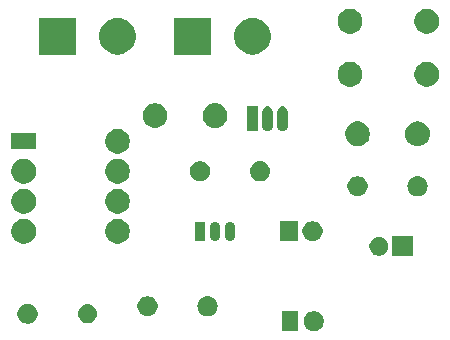
<source format=gts>
G04 #@! TF.GenerationSoftware,KiCad,Pcbnew,(5.1.2)-2*
G04 #@! TF.CreationDate,2019-08-24T13:29:16+07:00*
G04 #@! TF.ProjectId,siren_sound,73697265-6e5f-4736-9f75-6e642e6b6963,rev?*
G04 #@! TF.SameCoordinates,Original*
G04 #@! TF.FileFunction,Soldermask,Top*
G04 #@! TF.FilePolarity,Negative*
%FSLAX46Y46*%
G04 Gerber Fmt 4.6, Leading zero omitted, Abs format (unit mm)*
G04 Created by KiCad (PCBNEW (5.1.2)-2) date 2019-08-24 13:29:16*
%MOMM*%
%LPD*%
G04 APERTURE LIST*
%ADD10C,0.100000*%
G04 APERTURE END LIST*
D10*
G36*
X77178228Y-108401703D02*
G01*
X77333100Y-108465853D01*
X77472481Y-108558985D01*
X77591015Y-108677519D01*
X77684147Y-108816900D01*
X77748297Y-108971772D01*
X77781000Y-109136184D01*
X77781000Y-109303816D01*
X77748297Y-109468228D01*
X77684147Y-109623100D01*
X77591015Y-109762481D01*
X77472481Y-109881015D01*
X77333100Y-109974147D01*
X77178228Y-110038297D01*
X77013816Y-110071000D01*
X76846184Y-110071000D01*
X76681772Y-110038297D01*
X76526900Y-109974147D01*
X76387519Y-109881015D01*
X76268985Y-109762481D01*
X76175853Y-109623100D01*
X76111703Y-109468228D01*
X76079000Y-109303816D01*
X76079000Y-109136184D01*
X76111703Y-108971772D01*
X76175853Y-108816900D01*
X76268985Y-108677519D01*
X76387519Y-108558985D01*
X76526900Y-108465853D01*
X76681772Y-108401703D01*
X76846184Y-108369000D01*
X77013816Y-108369000D01*
X77178228Y-108401703D01*
X77178228Y-108401703D01*
G37*
G36*
X75631000Y-110071000D02*
G01*
X74229000Y-110071000D01*
X74229000Y-108369000D01*
X75631000Y-108369000D01*
X75631000Y-110071000D01*
X75631000Y-110071000D01*
G37*
G36*
X52953228Y-107766703D02*
G01*
X53108100Y-107830853D01*
X53247481Y-107923985D01*
X53366015Y-108042519D01*
X53459147Y-108181900D01*
X53523297Y-108336772D01*
X53556000Y-108501184D01*
X53556000Y-108668816D01*
X53523297Y-108833228D01*
X53459147Y-108988100D01*
X53366015Y-109127481D01*
X53247481Y-109246015D01*
X53108100Y-109339147D01*
X52953228Y-109403297D01*
X52788816Y-109436000D01*
X52621184Y-109436000D01*
X52456772Y-109403297D01*
X52301900Y-109339147D01*
X52162519Y-109246015D01*
X52043985Y-109127481D01*
X51950853Y-108988100D01*
X51886703Y-108833228D01*
X51854000Y-108668816D01*
X51854000Y-108501184D01*
X51886703Y-108336772D01*
X51950853Y-108181900D01*
X52043985Y-108042519D01*
X52162519Y-107923985D01*
X52301900Y-107830853D01*
X52456772Y-107766703D01*
X52621184Y-107734000D01*
X52788816Y-107734000D01*
X52953228Y-107766703D01*
X52953228Y-107766703D01*
G37*
G36*
X57863571Y-107787863D02*
G01*
X57942023Y-107795590D01*
X58042682Y-107826125D01*
X58093013Y-107841392D01*
X58232165Y-107915771D01*
X58354133Y-108015867D01*
X58454229Y-108137835D01*
X58528608Y-108276987D01*
X58528608Y-108276988D01*
X58574410Y-108427977D01*
X58589875Y-108585000D01*
X58574410Y-108742023D01*
X58551696Y-108816900D01*
X58528608Y-108893013D01*
X58454229Y-109032165D01*
X58354133Y-109154133D01*
X58232165Y-109254229D01*
X58093013Y-109328608D01*
X58042682Y-109343875D01*
X57942023Y-109374410D01*
X57863571Y-109382137D01*
X57824346Y-109386000D01*
X57745654Y-109386000D01*
X57706429Y-109382137D01*
X57627977Y-109374410D01*
X57527318Y-109343875D01*
X57476987Y-109328608D01*
X57337835Y-109254229D01*
X57215867Y-109154133D01*
X57115771Y-109032165D01*
X57041392Y-108893013D01*
X57018304Y-108816900D01*
X56995590Y-108742023D01*
X56980125Y-108585000D01*
X56995590Y-108427977D01*
X57041392Y-108276988D01*
X57041392Y-108276987D01*
X57115771Y-108137835D01*
X57215867Y-108015867D01*
X57337835Y-107915771D01*
X57476987Y-107841392D01*
X57527318Y-107826125D01*
X57627977Y-107795590D01*
X57706429Y-107787863D01*
X57745654Y-107784000D01*
X57824346Y-107784000D01*
X57863571Y-107787863D01*
X57863571Y-107787863D01*
G37*
G36*
X63113228Y-107131703D02*
G01*
X63268100Y-107195853D01*
X63407481Y-107288985D01*
X63526015Y-107407519D01*
X63619147Y-107546900D01*
X63683297Y-107701772D01*
X63716000Y-107866184D01*
X63716000Y-108033816D01*
X63683297Y-108198228D01*
X63619147Y-108353100D01*
X63526015Y-108492481D01*
X63407481Y-108611015D01*
X63268100Y-108704147D01*
X63113228Y-108768297D01*
X62948816Y-108801000D01*
X62781184Y-108801000D01*
X62616772Y-108768297D01*
X62461900Y-108704147D01*
X62322519Y-108611015D01*
X62203985Y-108492481D01*
X62110853Y-108353100D01*
X62046703Y-108198228D01*
X62014000Y-108033816D01*
X62014000Y-107866184D01*
X62046703Y-107701772D01*
X62110853Y-107546900D01*
X62203985Y-107407519D01*
X62322519Y-107288985D01*
X62461900Y-107195853D01*
X62616772Y-107131703D01*
X62781184Y-107099000D01*
X62948816Y-107099000D01*
X63113228Y-107131703D01*
X63113228Y-107131703D01*
G37*
G36*
X68111823Y-107111313D02*
G01*
X68272242Y-107159976D01*
X68339361Y-107195852D01*
X68420078Y-107238996D01*
X68549659Y-107345341D01*
X68656004Y-107474922D01*
X68656005Y-107474924D01*
X68735024Y-107622758D01*
X68783687Y-107783177D01*
X68800117Y-107950000D01*
X68783687Y-108116823D01*
X68735024Y-108277242D01*
X68694477Y-108353100D01*
X68656004Y-108425078D01*
X68549659Y-108554659D01*
X68420078Y-108661004D01*
X68420076Y-108661005D01*
X68272242Y-108740024D01*
X68111823Y-108788687D01*
X67986804Y-108801000D01*
X67903196Y-108801000D01*
X67778177Y-108788687D01*
X67617758Y-108740024D01*
X67469924Y-108661005D01*
X67469922Y-108661004D01*
X67340341Y-108554659D01*
X67233996Y-108425078D01*
X67195523Y-108353100D01*
X67154976Y-108277242D01*
X67106313Y-108116823D01*
X67089883Y-107950000D01*
X67106313Y-107783177D01*
X67154976Y-107622758D01*
X67233995Y-107474924D01*
X67233996Y-107474922D01*
X67340341Y-107345341D01*
X67469922Y-107238996D01*
X67550639Y-107195852D01*
X67617758Y-107159976D01*
X67778177Y-107111313D01*
X67903196Y-107099000D01*
X67986804Y-107099000D01*
X68111823Y-107111313D01*
X68111823Y-107111313D01*
G37*
G36*
X85306000Y-103721000D02*
G01*
X83604000Y-103721000D01*
X83604000Y-102019000D01*
X85306000Y-102019000D01*
X85306000Y-103721000D01*
X85306000Y-103721000D01*
G37*
G36*
X82688642Y-102099781D02*
G01*
X82791728Y-102142481D01*
X82834416Y-102160163D01*
X82965608Y-102247822D01*
X83077178Y-102359392D01*
X83138388Y-102451000D01*
X83164838Y-102490586D01*
X83225219Y-102636358D01*
X83256000Y-102791107D01*
X83256000Y-102948893D01*
X83225219Y-103103642D01*
X83164838Y-103249414D01*
X83164837Y-103249416D01*
X83077178Y-103380608D01*
X82965608Y-103492178D01*
X82834416Y-103579837D01*
X82834415Y-103579838D01*
X82834414Y-103579838D01*
X82688642Y-103640219D01*
X82533893Y-103671000D01*
X82376107Y-103671000D01*
X82221358Y-103640219D01*
X82075586Y-103579838D01*
X82075585Y-103579838D01*
X82075584Y-103579837D01*
X81944392Y-103492178D01*
X81832822Y-103380608D01*
X81745163Y-103249416D01*
X81745162Y-103249414D01*
X81684781Y-103103642D01*
X81654000Y-102948893D01*
X81654000Y-102791107D01*
X81684781Y-102636358D01*
X81745162Y-102490586D01*
X81771612Y-102451000D01*
X81832822Y-102359392D01*
X81944392Y-102247822D01*
X82075584Y-102160163D01*
X82118272Y-102142481D01*
X82221358Y-102099781D01*
X82376107Y-102069000D01*
X82533893Y-102069000D01*
X82688642Y-102099781D01*
X82688642Y-102099781D01*
G37*
G36*
X60631564Y-100589389D02*
G01*
X60822833Y-100668615D01*
X60822835Y-100668616D01*
X60994973Y-100783635D01*
X61141365Y-100930027D01*
X61239287Y-101076577D01*
X61256385Y-101102167D01*
X61335611Y-101293436D01*
X61376000Y-101496484D01*
X61376000Y-101703516D01*
X61335611Y-101906564D01*
X61280998Y-102038411D01*
X61256384Y-102097835D01*
X61141365Y-102269973D01*
X60994973Y-102416365D01*
X60822835Y-102531384D01*
X60822834Y-102531385D01*
X60822833Y-102531385D01*
X60631564Y-102610611D01*
X60428516Y-102651000D01*
X60221484Y-102651000D01*
X60018436Y-102610611D01*
X59827167Y-102531385D01*
X59827166Y-102531385D01*
X59827165Y-102531384D01*
X59655027Y-102416365D01*
X59508635Y-102269973D01*
X59393616Y-102097835D01*
X59369002Y-102038411D01*
X59314389Y-101906564D01*
X59274000Y-101703516D01*
X59274000Y-101496484D01*
X59314389Y-101293436D01*
X59393615Y-101102167D01*
X59410714Y-101076577D01*
X59508635Y-100930027D01*
X59655027Y-100783635D01*
X59827165Y-100668616D01*
X59827167Y-100668615D01*
X60018436Y-100589389D01*
X60221484Y-100549000D01*
X60428516Y-100549000D01*
X60631564Y-100589389D01*
X60631564Y-100589389D01*
G37*
G36*
X52691564Y-100589389D02*
G01*
X52882833Y-100668615D01*
X52882835Y-100668616D01*
X53054973Y-100783635D01*
X53201365Y-100930027D01*
X53299287Y-101076577D01*
X53316385Y-101102167D01*
X53395611Y-101293436D01*
X53436000Y-101496484D01*
X53436000Y-101703516D01*
X53395611Y-101906564D01*
X53340998Y-102038411D01*
X53316384Y-102097835D01*
X53201365Y-102269973D01*
X53054973Y-102416365D01*
X52882835Y-102531384D01*
X52882834Y-102531385D01*
X52882833Y-102531385D01*
X52691564Y-102610611D01*
X52488516Y-102651000D01*
X52281484Y-102651000D01*
X52078436Y-102610611D01*
X51887167Y-102531385D01*
X51887166Y-102531385D01*
X51887165Y-102531384D01*
X51715027Y-102416365D01*
X51568635Y-102269973D01*
X51453616Y-102097835D01*
X51429002Y-102038411D01*
X51374389Y-101906564D01*
X51334000Y-101703516D01*
X51334000Y-101496484D01*
X51374389Y-101293436D01*
X51453615Y-101102167D01*
X51470714Y-101076577D01*
X51568635Y-100930027D01*
X51715027Y-100783635D01*
X51887165Y-100668616D01*
X51887167Y-100668615D01*
X52078436Y-100589389D01*
X52281484Y-100549000D01*
X52488516Y-100549000D01*
X52691564Y-100589389D01*
X52691564Y-100589389D01*
G37*
G36*
X75586000Y-102451000D02*
G01*
X74084000Y-102451000D01*
X74084000Y-100749000D01*
X75586000Y-100749000D01*
X75586000Y-102451000D01*
X75586000Y-102451000D01*
G37*
G36*
X77083228Y-100781703D02*
G01*
X77238100Y-100845853D01*
X77377481Y-100938985D01*
X77496015Y-101057519D01*
X77589147Y-101196900D01*
X77653297Y-101351772D01*
X77686000Y-101516184D01*
X77686000Y-101683816D01*
X77653297Y-101848228D01*
X77589147Y-102003100D01*
X77496015Y-102142481D01*
X77377481Y-102261015D01*
X77238100Y-102354147D01*
X77083228Y-102418297D01*
X76918816Y-102451000D01*
X76751184Y-102451000D01*
X76586772Y-102418297D01*
X76431900Y-102354147D01*
X76292519Y-102261015D01*
X76173985Y-102142481D01*
X76080853Y-102003100D01*
X76016703Y-101848228D01*
X75984000Y-101683816D01*
X75984000Y-101516184D01*
X76016703Y-101351772D01*
X76080853Y-101196900D01*
X76173985Y-101057519D01*
X76292519Y-100938985D01*
X76431900Y-100845853D01*
X76586772Y-100781703D01*
X76751184Y-100749000D01*
X76918816Y-100749000D01*
X77083228Y-100781703D01*
X77083228Y-100781703D01*
G37*
G36*
X68668410Y-100805525D02*
G01*
X68753426Y-100831314D01*
X68831775Y-100873193D01*
X68900449Y-100929551D01*
X68956807Y-100998225D01*
X68998686Y-101076574D01*
X69024475Y-101161590D01*
X69031000Y-101227842D01*
X69031000Y-101972158D01*
X69024475Y-102038410D01*
X68998686Y-102123426D01*
X68956807Y-102201775D01*
X68900449Y-102270448D01*
X68831774Y-102326807D01*
X68753425Y-102368686D01*
X68668409Y-102394475D01*
X68580000Y-102403182D01*
X68491590Y-102394475D01*
X68406574Y-102368686D01*
X68328225Y-102326807D01*
X68259552Y-102270449D01*
X68203193Y-102201774D01*
X68161314Y-102123425D01*
X68135525Y-102038409D01*
X68129000Y-101972157D01*
X68129000Y-101227842D01*
X68135525Y-101161590D01*
X68161313Y-101076577D01*
X68203195Y-100998224D01*
X68259552Y-100929551D01*
X68328226Y-100873193D01*
X68406575Y-100831314D01*
X68491591Y-100805525D01*
X68580000Y-100796818D01*
X68668410Y-100805525D01*
X68668410Y-100805525D01*
G37*
G36*
X69938410Y-100805525D02*
G01*
X70023426Y-100831314D01*
X70101775Y-100873193D01*
X70170449Y-100929551D01*
X70226807Y-100998225D01*
X70268686Y-101076574D01*
X70294475Y-101161590D01*
X70301000Y-101227842D01*
X70301000Y-101972158D01*
X70294475Y-102038410D01*
X70268686Y-102123426D01*
X70226807Y-102201775D01*
X70170449Y-102270448D01*
X70101774Y-102326807D01*
X70023425Y-102368686D01*
X69938409Y-102394475D01*
X69850000Y-102403182D01*
X69761590Y-102394475D01*
X69676574Y-102368686D01*
X69598225Y-102326807D01*
X69529552Y-102270449D01*
X69473193Y-102201774D01*
X69431314Y-102123425D01*
X69405525Y-102038409D01*
X69399000Y-101972157D01*
X69399000Y-101227842D01*
X69405525Y-101161590D01*
X69431313Y-101076577D01*
X69473195Y-100998224D01*
X69529552Y-100929551D01*
X69598226Y-100873193D01*
X69676575Y-100831314D01*
X69761591Y-100805525D01*
X69850000Y-100796818D01*
X69938410Y-100805525D01*
X69938410Y-100805525D01*
G37*
G36*
X67761000Y-102401000D02*
G01*
X66859000Y-102401000D01*
X66859000Y-100799000D01*
X67761000Y-100799000D01*
X67761000Y-102401000D01*
X67761000Y-102401000D01*
G37*
G36*
X52691564Y-98049389D02*
G01*
X52855376Y-98117242D01*
X52882835Y-98128616D01*
X53054973Y-98243635D01*
X53201365Y-98390027D01*
X53304345Y-98544147D01*
X53316385Y-98562167D01*
X53395611Y-98753436D01*
X53436000Y-98956484D01*
X53436000Y-99163516D01*
X53395611Y-99366564D01*
X53316385Y-99557833D01*
X53316384Y-99557835D01*
X53201365Y-99729973D01*
X53054973Y-99876365D01*
X52882835Y-99991384D01*
X52882834Y-99991385D01*
X52882833Y-99991385D01*
X52691564Y-100070611D01*
X52488516Y-100111000D01*
X52281484Y-100111000D01*
X52078436Y-100070611D01*
X51887167Y-99991385D01*
X51887166Y-99991385D01*
X51887165Y-99991384D01*
X51715027Y-99876365D01*
X51568635Y-99729973D01*
X51453616Y-99557835D01*
X51453615Y-99557833D01*
X51374389Y-99366564D01*
X51334000Y-99163516D01*
X51334000Y-98956484D01*
X51374389Y-98753436D01*
X51453615Y-98562167D01*
X51465656Y-98544147D01*
X51568635Y-98390027D01*
X51715027Y-98243635D01*
X51887165Y-98128616D01*
X51914624Y-98117242D01*
X52078436Y-98049389D01*
X52281484Y-98009000D01*
X52488516Y-98009000D01*
X52691564Y-98049389D01*
X52691564Y-98049389D01*
G37*
G36*
X60631564Y-98049389D02*
G01*
X60795376Y-98117242D01*
X60822835Y-98128616D01*
X60994973Y-98243635D01*
X61141365Y-98390027D01*
X61244345Y-98544147D01*
X61256385Y-98562167D01*
X61335611Y-98753436D01*
X61376000Y-98956484D01*
X61376000Y-99163516D01*
X61335611Y-99366564D01*
X61256385Y-99557833D01*
X61256384Y-99557835D01*
X61141365Y-99729973D01*
X60994973Y-99876365D01*
X60822835Y-99991384D01*
X60822834Y-99991385D01*
X60822833Y-99991385D01*
X60631564Y-100070611D01*
X60428516Y-100111000D01*
X60221484Y-100111000D01*
X60018436Y-100070611D01*
X59827167Y-99991385D01*
X59827166Y-99991385D01*
X59827165Y-99991384D01*
X59655027Y-99876365D01*
X59508635Y-99729973D01*
X59393616Y-99557835D01*
X59393615Y-99557833D01*
X59314389Y-99366564D01*
X59274000Y-99163516D01*
X59274000Y-98956484D01*
X59314389Y-98753436D01*
X59393615Y-98562167D01*
X59405656Y-98544147D01*
X59508635Y-98390027D01*
X59655027Y-98243635D01*
X59827165Y-98128616D01*
X59854624Y-98117242D01*
X60018436Y-98049389D01*
X60221484Y-98009000D01*
X60428516Y-98009000D01*
X60631564Y-98049389D01*
X60631564Y-98049389D01*
G37*
G36*
X85891823Y-96951313D02*
G01*
X86052242Y-96999976D01*
X86184906Y-97070886D01*
X86200078Y-97078996D01*
X86329659Y-97185341D01*
X86436004Y-97314922D01*
X86436005Y-97314924D01*
X86515024Y-97462758D01*
X86563687Y-97623177D01*
X86580117Y-97790000D01*
X86563687Y-97956823D01*
X86515024Y-98117242D01*
X86474477Y-98193100D01*
X86436004Y-98265078D01*
X86329659Y-98394659D01*
X86200078Y-98501004D01*
X86200076Y-98501005D01*
X86052242Y-98580024D01*
X85891823Y-98628687D01*
X85766804Y-98641000D01*
X85683196Y-98641000D01*
X85558177Y-98628687D01*
X85397758Y-98580024D01*
X85249924Y-98501005D01*
X85249922Y-98501004D01*
X85120341Y-98394659D01*
X85013996Y-98265078D01*
X84975523Y-98193100D01*
X84934976Y-98117242D01*
X84886313Y-97956823D01*
X84869883Y-97790000D01*
X84886313Y-97623177D01*
X84934976Y-97462758D01*
X85013995Y-97314924D01*
X85013996Y-97314922D01*
X85120341Y-97185341D01*
X85249922Y-97078996D01*
X85265094Y-97070886D01*
X85397758Y-96999976D01*
X85558177Y-96951313D01*
X85683196Y-96939000D01*
X85766804Y-96939000D01*
X85891823Y-96951313D01*
X85891823Y-96951313D01*
G37*
G36*
X80893228Y-96971703D02*
G01*
X81048100Y-97035853D01*
X81187481Y-97128985D01*
X81306015Y-97247519D01*
X81399147Y-97386900D01*
X81463297Y-97541772D01*
X81496000Y-97706184D01*
X81496000Y-97873816D01*
X81463297Y-98038228D01*
X81399147Y-98193100D01*
X81306015Y-98332481D01*
X81187481Y-98451015D01*
X81048100Y-98544147D01*
X80893228Y-98608297D01*
X80728816Y-98641000D01*
X80561184Y-98641000D01*
X80396772Y-98608297D01*
X80241900Y-98544147D01*
X80102519Y-98451015D01*
X79983985Y-98332481D01*
X79890853Y-98193100D01*
X79826703Y-98038228D01*
X79794000Y-97873816D01*
X79794000Y-97706184D01*
X79826703Y-97541772D01*
X79890853Y-97386900D01*
X79983985Y-97247519D01*
X80102519Y-97128985D01*
X80241900Y-97035853D01*
X80396772Y-96971703D01*
X80561184Y-96939000D01*
X80728816Y-96939000D01*
X80893228Y-96971703D01*
X80893228Y-96971703D01*
G37*
G36*
X52691564Y-95509389D02*
G01*
X52882833Y-95588615D01*
X52882835Y-95588616D01*
X53003138Y-95669000D01*
X53054973Y-95703635D01*
X53201365Y-95850027D01*
X53316385Y-96022167D01*
X53395611Y-96213436D01*
X53436000Y-96416484D01*
X53436000Y-96623516D01*
X53395611Y-96826564D01*
X53316385Y-97017833D01*
X53316384Y-97017835D01*
X53201365Y-97189973D01*
X53054973Y-97336365D01*
X52882835Y-97451384D01*
X52882834Y-97451385D01*
X52882833Y-97451385D01*
X52691564Y-97530611D01*
X52488516Y-97571000D01*
X52281484Y-97571000D01*
X52078436Y-97530611D01*
X51887167Y-97451385D01*
X51887166Y-97451385D01*
X51887165Y-97451384D01*
X51715027Y-97336365D01*
X51568635Y-97189973D01*
X51453616Y-97017835D01*
X51453615Y-97017833D01*
X51374389Y-96826564D01*
X51334000Y-96623516D01*
X51334000Y-96416484D01*
X51374389Y-96213436D01*
X51453615Y-96022167D01*
X51568635Y-95850027D01*
X51715027Y-95703635D01*
X51766862Y-95669000D01*
X51887165Y-95588616D01*
X51887167Y-95588615D01*
X52078436Y-95509389D01*
X52281484Y-95469000D01*
X52488516Y-95469000D01*
X52691564Y-95509389D01*
X52691564Y-95509389D01*
G37*
G36*
X60631564Y-95509389D02*
G01*
X60822833Y-95588615D01*
X60822835Y-95588616D01*
X60943138Y-95669000D01*
X60994973Y-95703635D01*
X61141365Y-95850027D01*
X61256385Y-96022167D01*
X61335611Y-96213436D01*
X61376000Y-96416484D01*
X61376000Y-96623516D01*
X61335611Y-96826564D01*
X61256385Y-97017833D01*
X61256384Y-97017835D01*
X61141365Y-97189973D01*
X60994973Y-97336365D01*
X60822835Y-97451384D01*
X60822834Y-97451385D01*
X60822833Y-97451385D01*
X60631564Y-97530611D01*
X60428516Y-97571000D01*
X60221484Y-97571000D01*
X60018436Y-97530611D01*
X59827167Y-97451385D01*
X59827166Y-97451385D01*
X59827165Y-97451384D01*
X59655027Y-97336365D01*
X59508635Y-97189973D01*
X59393616Y-97017835D01*
X59393615Y-97017833D01*
X59314389Y-96826564D01*
X59274000Y-96623516D01*
X59274000Y-96416484D01*
X59314389Y-96213436D01*
X59393615Y-96022167D01*
X59508635Y-95850027D01*
X59655027Y-95703635D01*
X59706862Y-95669000D01*
X59827165Y-95588616D01*
X59827167Y-95588615D01*
X60018436Y-95509389D01*
X60221484Y-95469000D01*
X60428516Y-95469000D01*
X60631564Y-95509389D01*
X60631564Y-95509389D01*
G37*
G36*
X72556823Y-95681313D02*
G01*
X72717242Y-95729976D01*
X72784361Y-95765852D01*
X72865078Y-95808996D01*
X72994659Y-95915341D01*
X73101004Y-96044922D01*
X73101005Y-96044924D01*
X73180024Y-96192758D01*
X73228687Y-96353177D01*
X73245117Y-96520000D01*
X73228687Y-96686823D01*
X73180024Y-96847242D01*
X73139477Y-96923100D01*
X73101004Y-96995078D01*
X72994659Y-97124659D01*
X72865078Y-97231004D01*
X72865076Y-97231005D01*
X72717242Y-97310024D01*
X72556823Y-97358687D01*
X72431804Y-97371000D01*
X72348196Y-97371000D01*
X72223177Y-97358687D01*
X72062758Y-97310024D01*
X71914924Y-97231005D01*
X71914922Y-97231004D01*
X71785341Y-97124659D01*
X71678996Y-96995078D01*
X71640523Y-96923100D01*
X71599976Y-96847242D01*
X71551313Y-96686823D01*
X71534883Y-96520000D01*
X71551313Y-96353177D01*
X71599976Y-96192758D01*
X71678995Y-96044924D01*
X71678996Y-96044922D01*
X71785341Y-95915341D01*
X71914922Y-95808996D01*
X71995639Y-95765852D01*
X72062758Y-95729976D01*
X72223177Y-95681313D01*
X72348196Y-95669000D01*
X72431804Y-95669000D01*
X72556823Y-95681313D01*
X72556823Y-95681313D01*
G37*
G36*
X67558228Y-95701703D02*
G01*
X67713100Y-95765853D01*
X67852481Y-95858985D01*
X67971015Y-95977519D01*
X68064147Y-96116900D01*
X68128297Y-96271772D01*
X68161000Y-96436184D01*
X68161000Y-96603816D01*
X68128297Y-96768228D01*
X68064147Y-96923100D01*
X67971015Y-97062481D01*
X67852481Y-97181015D01*
X67713100Y-97274147D01*
X67558228Y-97338297D01*
X67393816Y-97371000D01*
X67226184Y-97371000D01*
X67061772Y-97338297D01*
X66906900Y-97274147D01*
X66767519Y-97181015D01*
X66648985Y-97062481D01*
X66555853Y-96923100D01*
X66491703Y-96768228D01*
X66459000Y-96603816D01*
X66459000Y-96436184D01*
X66491703Y-96271772D01*
X66555853Y-96116900D01*
X66648985Y-95977519D01*
X66767519Y-95858985D01*
X66906900Y-95765853D01*
X67061772Y-95701703D01*
X67226184Y-95669000D01*
X67393816Y-95669000D01*
X67558228Y-95701703D01*
X67558228Y-95701703D01*
G37*
G36*
X60631564Y-92969389D02*
G01*
X60822833Y-93048615D01*
X60822835Y-93048616D01*
X60890287Y-93093686D01*
X60994973Y-93163635D01*
X61141365Y-93310027D01*
X61256385Y-93482167D01*
X61335611Y-93673436D01*
X61376000Y-93876484D01*
X61376000Y-94083516D01*
X61335611Y-94286564D01*
X61296580Y-94380793D01*
X61256384Y-94477835D01*
X61141365Y-94649973D01*
X60994973Y-94796365D01*
X60822835Y-94911384D01*
X60822834Y-94911385D01*
X60822833Y-94911385D01*
X60631564Y-94990611D01*
X60428516Y-95031000D01*
X60221484Y-95031000D01*
X60018436Y-94990611D01*
X59827167Y-94911385D01*
X59827166Y-94911385D01*
X59827165Y-94911384D01*
X59655027Y-94796365D01*
X59508635Y-94649973D01*
X59393616Y-94477835D01*
X59353420Y-94380793D01*
X59314389Y-94286564D01*
X59274000Y-94083516D01*
X59274000Y-93876484D01*
X59314389Y-93673436D01*
X59393615Y-93482167D01*
X59508635Y-93310027D01*
X59655027Y-93163635D01*
X59759713Y-93093686D01*
X59827165Y-93048616D01*
X59827167Y-93048615D01*
X60018436Y-92969389D01*
X60221484Y-92929000D01*
X60428516Y-92929000D01*
X60631564Y-92969389D01*
X60631564Y-92969389D01*
G37*
G36*
X53436000Y-94665000D02*
G01*
X51334000Y-94665000D01*
X51334000Y-93295000D01*
X53436000Y-93295000D01*
X53436000Y-94665000D01*
X53436000Y-94665000D01*
G37*
G36*
X80951564Y-92334389D02*
G01*
X81142833Y-92413615D01*
X81142835Y-92413616D01*
X81314973Y-92528635D01*
X81461365Y-92675027D01*
X81520421Y-92763410D01*
X81576385Y-92847167D01*
X81655611Y-93038436D01*
X81696000Y-93241484D01*
X81696000Y-93448516D01*
X81655611Y-93651564D01*
X81646551Y-93673436D01*
X81576384Y-93842835D01*
X81461365Y-94014973D01*
X81314973Y-94161365D01*
X81142835Y-94276384D01*
X81142834Y-94276385D01*
X81142833Y-94276385D01*
X80951564Y-94355611D01*
X80748516Y-94396000D01*
X80541484Y-94396000D01*
X80338436Y-94355611D01*
X80147167Y-94276385D01*
X80147166Y-94276385D01*
X80147165Y-94276384D01*
X79975027Y-94161365D01*
X79828635Y-94014973D01*
X79713616Y-93842835D01*
X79643449Y-93673436D01*
X79634389Y-93651564D01*
X79594000Y-93448516D01*
X79594000Y-93241484D01*
X79634389Y-93038436D01*
X79713615Y-92847167D01*
X79769580Y-92763410D01*
X79828635Y-92675027D01*
X79975027Y-92528635D01*
X80147165Y-92413616D01*
X80147167Y-92413615D01*
X80338436Y-92334389D01*
X80541484Y-92294000D01*
X80748516Y-92294000D01*
X80951564Y-92334389D01*
X80951564Y-92334389D01*
G37*
G36*
X85828097Y-92299069D02*
G01*
X85931032Y-92309207D01*
X86129146Y-92369305D01*
X86129149Y-92369306D01*
X86212045Y-92413615D01*
X86311729Y-92466897D01*
X86471765Y-92598235D01*
X86603103Y-92758271D01*
X86628407Y-92805612D01*
X86700694Y-92940851D01*
X86700695Y-92940854D01*
X86760793Y-93138968D01*
X86781085Y-93345000D01*
X86760793Y-93551032D01*
X86700695Y-93749146D01*
X86700694Y-93749149D01*
X86650619Y-93842833D01*
X86603103Y-93931729D01*
X86471765Y-94091765D01*
X86311729Y-94223103D01*
X86225975Y-94268939D01*
X86129149Y-94320694D01*
X86129146Y-94320695D01*
X85931032Y-94380793D01*
X85828097Y-94390931D01*
X85776631Y-94396000D01*
X85673369Y-94396000D01*
X85621903Y-94390931D01*
X85518968Y-94380793D01*
X85320854Y-94320695D01*
X85320851Y-94320694D01*
X85224025Y-94268939D01*
X85138271Y-94223103D01*
X84978235Y-94091765D01*
X84846897Y-93931729D01*
X84799381Y-93842833D01*
X84749306Y-93749149D01*
X84749305Y-93749146D01*
X84689207Y-93551032D01*
X84668915Y-93345000D01*
X84689207Y-93138968D01*
X84749305Y-92940854D01*
X84749306Y-92940851D01*
X84821593Y-92805612D01*
X84846897Y-92758271D01*
X84978235Y-92598235D01*
X85138271Y-92466897D01*
X85237955Y-92413615D01*
X85320851Y-92369306D01*
X85320854Y-92369305D01*
X85518968Y-92309207D01*
X85621903Y-92299069D01*
X85673369Y-92294000D01*
X85776631Y-92294000D01*
X85828097Y-92299069D01*
X85828097Y-92299069D01*
G37*
G36*
X74383410Y-91030525D02*
G01*
X74468426Y-91056314D01*
X74546775Y-91098193D01*
X74615449Y-91154551D01*
X74671807Y-91223225D01*
X74713686Y-91301574D01*
X74739475Y-91386590D01*
X74746000Y-91452842D01*
X74746000Y-92697158D01*
X74739475Y-92763410D01*
X74713686Y-92848426D01*
X74671807Y-92926775D01*
X74615449Y-92995448D01*
X74546774Y-93051807D01*
X74468425Y-93093686D01*
X74383409Y-93119475D01*
X74295000Y-93128182D01*
X74206590Y-93119475D01*
X74121574Y-93093686D01*
X74043225Y-93051807D01*
X73974552Y-92995449D01*
X73918193Y-92926774D01*
X73876314Y-92848425D01*
X73850525Y-92763409D01*
X73844000Y-92697157D01*
X73844001Y-91452842D01*
X73850526Y-91386590D01*
X73876315Y-91301574D01*
X73918194Y-91223225D01*
X73974552Y-91154551D01*
X74043226Y-91098193D01*
X74121575Y-91056314D01*
X74206591Y-91030525D01*
X74295000Y-91021818D01*
X74383410Y-91030525D01*
X74383410Y-91030525D01*
G37*
G36*
X73113410Y-91030525D02*
G01*
X73198426Y-91056314D01*
X73276775Y-91098193D01*
X73345449Y-91154551D01*
X73401807Y-91223225D01*
X73443686Y-91301574D01*
X73469475Y-91386590D01*
X73476000Y-91452842D01*
X73476000Y-92697158D01*
X73469475Y-92763410D01*
X73443686Y-92848426D01*
X73401807Y-92926775D01*
X73345449Y-92995448D01*
X73276774Y-93051807D01*
X73198425Y-93093686D01*
X73113409Y-93119475D01*
X73025000Y-93128182D01*
X72936590Y-93119475D01*
X72851574Y-93093686D01*
X72773225Y-93051807D01*
X72704552Y-92995449D01*
X72648193Y-92926774D01*
X72606314Y-92848425D01*
X72580525Y-92763409D01*
X72574000Y-92697157D01*
X72574001Y-91452842D01*
X72580526Y-91386590D01*
X72606315Y-91301574D01*
X72648194Y-91223225D01*
X72704552Y-91154551D01*
X72773226Y-91098193D01*
X72851575Y-91056314D01*
X72936591Y-91030525D01*
X73025000Y-91021818D01*
X73113410Y-91030525D01*
X73113410Y-91030525D01*
G37*
G36*
X72206000Y-93126000D02*
G01*
X71304000Y-93126000D01*
X71304000Y-91024000D01*
X72206000Y-91024000D01*
X72206000Y-93126000D01*
X72206000Y-93126000D01*
G37*
G36*
X68683097Y-90749070D02*
G01*
X68786032Y-90759208D01*
X68984146Y-90819306D01*
X68984149Y-90819307D01*
X69067045Y-90863616D01*
X69166729Y-90916898D01*
X69326765Y-91048236D01*
X69458103Y-91208272D01*
X69466095Y-91223225D01*
X69555694Y-91390852D01*
X69555695Y-91390855D01*
X69615793Y-91588969D01*
X69636085Y-91795001D01*
X69615793Y-92001033D01*
X69585296Y-92101566D01*
X69555694Y-92199150D01*
X69505619Y-92292834D01*
X69458103Y-92381730D01*
X69326765Y-92541766D01*
X69166729Y-92673104D01*
X69080975Y-92718940D01*
X68984149Y-92770695D01*
X68984146Y-92770696D01*
X68786032Y-92830794D01*
X68683097Y-92840932D01*
X68631631Y-92846001D01*
X68528369Y-92846001D01*
X68476903Y-92840932D01*
X68373968Y-92830794D01*
X68175854Y-92770696D01*
X68175851Y-92770695D01*
X68079025Y-92718940D01*
X67993271Y-92673104D01*
X67833235Y-92541766D01*
X67701897Y-92381730D01*
X67654381Y-92292834D01*
X67604306Y-92199150D01*
X67574704Y-92101566D01*
X67544207Y-92001033D01*
X67523915Y-91795001D01*
X67544207Y-91588969D01*
X67604305Y-91390855D01*
X67604306Y-91390852D01*
X67693905Y-91223225D01*
X67701897Y-91208272D01*
X67833235Y-91048236D01*
X67993271Y-90916898D01*
X68092955Y-90863616D01*
X68175851Y-90819307D01*
X68175854Y-90819306D01*
X68373968Y-90759208D01*
X68476903Y-90749070D01*
X68528369Y-90744001D01*
X68631631Y-90744001D01*
X68683097Y-90749070D01*
X68683097Y-90749070D01*
G37*
G36*
X63806564Y-90784390D02*
G01*
X63997833Y-90863616D01*
X63997835Y-90863617D01*
X64169973Y-90978636D01*
X64316365Y-91125028D01*
X64371988Y-91208273D01*
X64431385Y-91297168D01*
X64510611Y-91488437D01*
X64551000Y-91691485D01*
X64551000Y-91898517D01*
X64510611Y-92101565D01*
X64470191Y-92199147D01*
X64431384Y-92292836D01*
X64316365Y-92464974D01*
X64169973Y-92611366D01*
X63997835Y-92726385D01*
X63997834Y-92726386D01*
X63997833Y-92726386D01*
X63806564Y-92805612D01*
X63603516Y-92846001D01*
X63396484Y-92846001D01*
X63193436Y-92805612D01*
X63002167Y-92726386D01*
X63002166Y-92726386D01*
X63002165Y-92726385D01*
X62830027Y-92611366D01*
X62683635Y-92464974D01*
X62568616Y-92292836D01*
X62529809Y-92199147D01*
X62489389Y-92101565D01*
X62449000Y-91898517D01*
X62449000Y-91691485D01*
X62489389Y-91488437D01*
X62568615Y-91297168D01*
X62628013Y-91208273D01*
X62683635Y-91125028D01*
X62830027Y-90978636D01*
X63002165Y-90863617D01*
X63002167Y-90863616D01*
X63193436Y-90784390D01*
X63396484Y-90744001D01*
X63603516Y-90744001D01*
X63806564Y-90784390D01*
X63806564Y-90784390D01*
G37*
G36*
X86816564Y-87309389D02*
G01*
X87007833Y-87388615D01*
X87007835Y-87388616D01*
X87179973Y-87503635D01*
X87326365Y-87650027D01*
X87441385Y-87822167D01*
X87520611Y-88013436D01*
X87561000Y-88216484D01*
X87561000Y-88423516D01*
X87520611Y-88626564D01*
X87441385Y-88817833D01*
X87441384Y-88817835D01*
X87326365Y-88989973D01*
X87179973Y-89136365D01*
X87007835Y-89251384D01*
X87007834Y-89251385D01*
X87007833Y-89251385D01*
X86816564Y-89330611D01*
X86613516Y-89371000D01*
X86406484Y-89371000D01*
X86203436Y-89330611D01*
X86012167Y-89251385D01*
X86012166Y-89251385D01*
X86012165Y-89251384D01*
X85840027Y-89136365D01*
X85693635Y-88989973D01*
X85578616Y-88817835D01*
X85578615Y-88817833D01*
X85499389Y-88626564D01*
X85459000Y-88423516D01*
X85459000Y-88216484D01*
X85499389Y-88013436D01*
X85578615Y-87822167D01*
X85693635Y-87650027D01*
X85840027Y-87503635D01*
X86012165Y-87388616D01*
X86012167Y-87388615D01*
X86203436Y-87309389D01*
X86406484Y-87269000D01*
X86613516Y-87269000D01*
X86816564Y-87309389D01*
X86816564Y-87309389D01*
G37*
G36*
X80316564Y-87309389D02*
G01*
X80507833Y-87388615D01*
X80507835Y-87388616D01*
X80679973Y-87503635D01*
X80826365Y-87650027D01*
X80941385Y-87822167D01*
X81020611Y-88013436D01*
X81061000Y-88216484D01*
X81061000Y-88423516D01*
X81020611Y-88626564D01*
X80941385Y-88817833D01*
X80941384Y-88817835D01*
X80826365Y-88989973D01*
X80679973Y-89136365D01*
X80507835Y-89251384D01*
X80507834Y-89251385D01*
X80507833Y-89251385D01*
X80316564Y-89330611D01*
X80113516Y-89371000D01*
X79906484Y-89371000D01*
X79703436Y-89330611D01*
X79512167Y-89251385D01*
X79512166Y-89251385D01*
X79512165Y-89251384D01*
X79340027Y-89136365D01*
X79193635Y-88989973D01*
X79078616Y-88817835D01*
X79078615Y-88817833D01*
X78999389Y-88626564D01*
X78959000Y-88423516D01*
X78959000Y-88216484D01*
X78999389Y-88013436D01*
X79078615Y-87822167D01*
X79193635Y-87650027D01*
X79340027Y-87503635D01*
X79512165Y-87388616D01*
X79512167Y-87388615D01*
X79703436Y-87309389D01*
X79906484Y-87269000D01*
X80113516Y-87269000D01*
X80316564Y-87309389D01*
X80316564Y-87309389D01*
G37*
G36*
X56796000Y-86641000D02*
G01*
X53694000Y-86641000D01*
X53694000Y-83539000D01*
X56796000Y-83539000D01*
X56796000Y-86641000D01*
X56796000Y-86641000D01*
G37*
G36*
X72057585Y-83568802D02*
G01*
X72207410Y-83598604D01*
X72489674Y-83715521D01*
X72743705Y-83885259D01*
X72959741Y-84101295D01*
X73129479Y-84355326D01*
X73246396Y-84637590D01*
X73306000Y-84937240D01*
X73306000Y-85242760D01*
X73246396Y-85542410D01*
X73129479Y-85824674D01*
X72959741Y-86078705D01*
X72743705Y-86294741D01*
X72489674Y-86464479D01*
X72207410Y-86581396D01*
X72057585Y-86611198D01*
X71907761Y-86641000D01*
X71602239Y-86641000D01*
X71452415Y-86611198D01*
X71302590Y-86581396D01*
X71020326Y-86464479D01*
X70766295Y-86294741D01*
X70550259Y-86078705D01*
X70380521Y-85824674D01*
X70263604Y-85542410D01*
X70204000Y-85242760D01*
X70204000Y-84937240D01*
X70263604Y-84637590D01*
X70380521Y-84355326D01*
X70550259Y-84101295D01*
X70766295Y-83885259D01*
X71020326Y-83715521D01*
X71302590Y-83598604D01*
X71452415Y-83568802D01*
X71602239Y-83539000D01*
X71907761Y-83539000D01*
X72057585Y-83568802D01*
X72057585Y-83568802D01*
G37*
G36*
X60627585Y-83568802D02*
G01*
X60777410Y-83598604D01*
X61059674Y-83715521D01*
X61313705Y-83885259D01*
X61529741Y-84101295D01*
X61699479Y-84355326D01*
X61816396Y-84637590D01*
X61876000Y-84937240D01*
X61876000Y-85242760D01*
X61816396Y-85542410D01*
X61699479Y-85824674D01*
X61529741Y-86078705D01*
X61313705Y-86294741D01*
X61059674Y-86464479D01*
X60777410Y-86581396D01*
X60627585Y-86611198D01*
X60477761Y-86641000D01*
X60172239Y-86641000D01*
X60022415Y-86611198D01*
X59872590Y-86581396D01*
X59590326Y-86464479D01*
X59336295Y-86294741D01*
X59120259Y-86078705D01*
X58950521Y-85824674D01*
X58833604Y-85542410D01*
X58774000Y-85242760D01*
X58774000Y-84937240D01*
X58833604Y-84637590D01*
X58950521Y-84355326D01*
X59120259Y-84101295D01*
X59336295Y-83885259D01*
X59590326Y-83715521D01*
X59872590Y-83598604D01*
X60022415Y-83568802D01*
X60172239Y-83539000D01*
X60477761Y-83539000D01*
X60627585Y-83568802D01*
X60627585Y-83568802D01*
G37*
G36*
X68226000Y-86641000D02*
G01*
X65124000Y-86641000D01*
X65124000Y-83539000D01*
X68226000Y-83539000D01*
X68226000Y-86641000D01*
X68226000Y-86641000D01*
G37*
G36*
X86816564Y-82809389D02*
G01*
X87007833Y-82888615D01*
X87007835Y-82888616D01*
X87179973Y-83003635D01*
X87326365Y-83150027D01*
X87441385Y-83322167D01*
X87520611Y-83513436D01*
X87561000Y-83716484D01*
X87561000Y-83923516D01*
X87520611Y-84126564D01*
X87441385Y-84317833D01*
X87441384Y-84317835D01*
X87326365Y-84489973D01*
X87179973Y-84636365D01*
X87007835Y-84751384D01*
X87007834Y-84751385D01*
X87007833Y-84751385D01*
X86816564Y-84830611D01*
X86613516Y-84871000D01*
X86406484Y-84871000D01*
X86203436Y-84830611D01*
X86012167Y-84751385D01*
X86012166Y-84751385D01*
X86012165Y-84751384D01*
X85840027Y-84636365D01*
X85693635Y-84489973D01*
X85578616Y-84317835D01*
X85578615Y-84317833D01*
X85499389Y-84126564D01*
X85459000Y-83923516D01*
X85459000Y-83716484D01*
X85499389Y-83513436D01*
X85578615Y-83322167D01*
X85693635Y-83150027D01*
X85840027Y-83003635D01*
X86012165Y-82888616D01*
X86012167Y-82888615D01*
X86203436Y-82809389D01*
X86406484Y-82769000D01*
X86613516Y-82769000D01*
X86816564Y-82809389D01*
X86816564Y-82809389D01*
G37*
G36*
X80316564Y-82809389D02*
G01*
X80507833Y-82888615D01*
X80507835Y-82888616D01*
X80679973Y-83003635D01*
X80826365Y-83150027D01*
X80941385Y-83322167D01*
X81020611Y-83513436D01*
X81061000Y-83716484D01*
X81061000Y-83923516D01*
X81020611Y-84126564D01*
X80941385Y-84317833D01*
X80941384Y-84317835D01*
X80826365Y-84489973D01*
X80679973Y-84636365D01*
X80507835Y-84751384D01*
X80507834Y-84751385D01*
X80507833Y-84751385D01*
X80316564Y-84830611D01*
X80113516Y-84871000D01*
X79906484Y-84871000D01*
X79703436Y-84830611D01*
X79512167Y-84751385D01*
X79512166Y-84751385D01*
X79512165Y-84751384D01*
X79340027Y-84636365D01*
X79193635Y-84489973D01*
X79078616Y-84317835D01*
X79078615Y-84317833D01*
X78999389Y-84126564D01*
X78959000Y-83923516D01*
X78959000Y-83716484D01*
X78999389Y-83513436D01*
X79078615Y-83322167D01*
X79193635Y-83150027D01*
X79340027Y-83003635D01*
X79512165Y-82888616D01*
X79512167Y-82888615D01*
X79703436Y-82809389D01*
X79906484Y-82769000D01*
X80113516Y-82769000D01*
X80316564Y-82809389D01*
X80316564Y-82809389D01*
G37*
M02*

</source>
